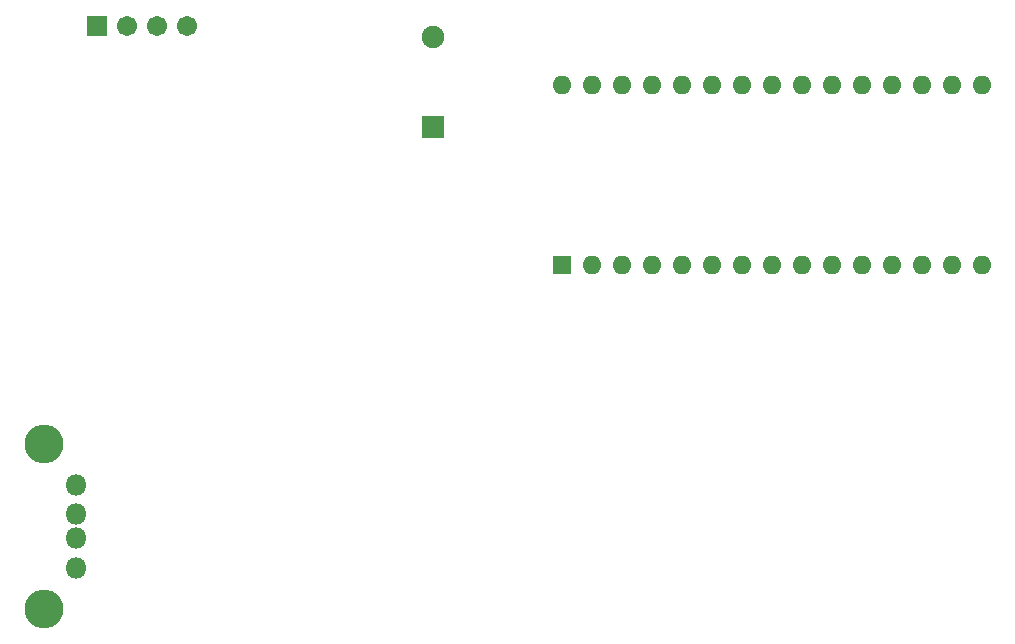
<source format=gbr>
%TF.GenerationSoftware,KiCad,Pcbnew,9.0.3*%
%TF.CreationDate,2025-12-01T11:28:20+09:00*%
%TF.ProjectId,SpeedJeck,53706565-644a-4656-936b-2e6b69636164,1*%
%TF.SameCoordinates,Original*%
%TF.FileFunction,Soldermask,Bot*%
%TF.FilePolarity,Negative*%
%FSLAX46Y46*%
G04 Gerber Fmt 4.6, Leading zero omitted, Abs format (unit mm)*
G04 Created by KiCad (PCBNEW 9.0.3) date 2025-12-01 11:28:20*
%MOMM*%
%LPD*%
G01*
G04 APERTURE LIST*
G04 Aperture macros list*
%AMRoundRect*
0 Rectangle with rounded corners*
0 $1 Rounding radius*
0 $2 $3 $4 $5 $6 $7 $8 $9 X,Y pos of 4 corners*
0 Add a 4 corners polygon primitive as box body*
4,1,4,$2,$3,$4,$5,$6,$7,$8,$9,$2,$3,0*
0 Add four circle primitives for the rounded corners*
1,1,$1+$1,$2,$3*
1,1,$1+$1,$4,$5*
1,1,$1+$1,$6,$7*
1,1,$1+$1,$8,$9*
0 Add four rect primitives between the rounded corners*
20,1,$1+$1,$2,$3,$4,$5,0*
20,1,$1+$1,$4,$5,$6,$7,0*
20,1,$1+$1,$6,$7,$8,$9,0*
20,1,$1+$1,$8,$9,$2,$3,0*%
G04 Aperture macros list end*
%ADD10RoundRect,0.102000X-0.754000X-0.754000X0.754000X-0.754000X0.754000X0.754000X-0.754000X0.754000X0*%
%ADD11C,1.712000*%
%ADD12R,1.600000X1.600000*%
%ADD13O,1.600000X1.600000*%
%ADD14O,1.801600X1.801600*%
%ADD15O,3.301600X3.301600*%
%ADD16O,1.901600X1.901600*%
%ADD17RoundRect,0.050800X-0.900000X0.900000X-0.900000X-0.900000X0.900000X-0.900000X0.900000X0.900000X0*%
G04 APERTURE END LIST*
D10*
%TO.C,U2*%
X120190000Y-43450000D03*
D11*
X122730000Y-43450000D03*
X125270000Y-43450000D03*
X127810000Y-43450000D03*
%TD*%
D12*
%TO.C,A1*%
X159512000Y-63754000D03*
D13*
X162052000Y-63754000D03*
X164592000Y-63754000D03*
X167132000Y-63754000D03*
X169672000Y-63754000D03*
X172212000Y-63754000D03*
X174752000Y-63754000D03*
X177292000Y-63754000D03*
X179832000Y-63754000D03*
X182372000Y-63754000D03*
X184912000Y-63754000D03*
X187452000Y-63754000D03*
X189992000Y-63754000D03*
X192532000Y-63754000D03*
X195072000Y-63754000D03*
X195072000Y-48514000D03*
X192532000Y-48514000D03*
X189992000Y-48514000D03*
X187452000Y-48514000D03*
X184912000Y-48514000D03*
X182372000Y-48514000D03*
X179832000Y-48514000D03*
X177292000Y-48514000D03*
X174752000Y-48514000D03*
X172212000Y-48514000D03*
X169672000Y-48514000D03*
X167132000Y-48514000D03*
X164592000Y-48514000D03*
X162052000Y-48514000D03*
X159512000Y-48514000D03*
%TD*%
D14*
%TO.C,USB*%
X118407600Y-82331600D03*
X118407600Y-84833500D03*
X118407600Y-86832400D03*
X118407600Y-89331800D03*
D15*
X115636400Y-92852200D03*
X115636400Y-78851800D03*
%TD*%
D16*
%TO.C,BZ1*%
X148600000Y-44400000D03*
D17*
X148600000Y-52000000D03*
%TD*%
M02*

</source>
